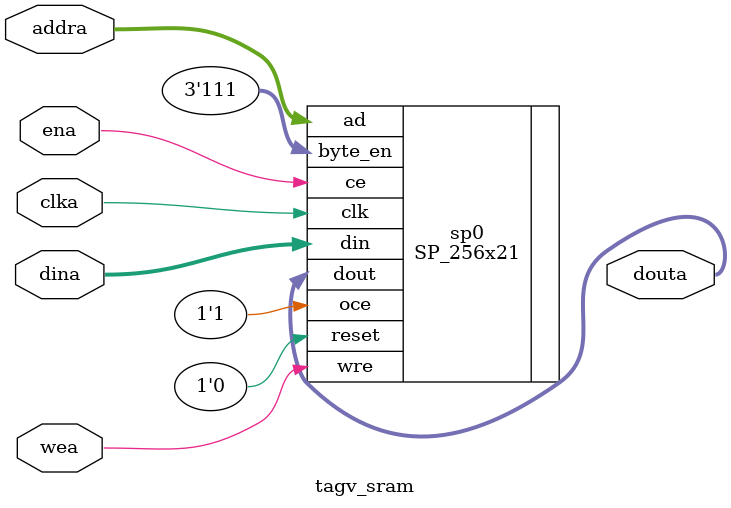
<source format=v>
/*
xilinx_sram:
module data_bank_sram(
    input  [ 7:0]          addra   ,
    input                  clka    ,
    input  [31:0]          dina    ,
    output [31:0]          douta   ,
    input                  ena     ,
    input  [ 3:0]          wea      
);

gowin_sp:
module SP_256x32(
    .dout(dout_o), //output [31:0] dout
    .clk(clk_i), //input clk
    .oce(oce_i), //input oce
    .ce(ce_i), //input ce
    .reset(reset_i), //input reset
    .wre(wre_i), //input wre
    .ad(ad_i), //input [7:0] ad
    .din(din_i), //input [31:0] din
    .byte_en(byte_en_i) //input [3:0] byte_en
);
*/

module data_bank_sram(
    //xilinx_sram
    input  [ 7:0]          addra   ,
    input                  clka    ,
    input  [31:0]          dina    ,
    output [31:0]          douta   ,
    input                  ena     ,
    input  [ 3:0]          wea   
);
    wire wre;
    assign wre = |wea;

    //gowin_sp_256x32
    SP_256x32 sp0(
        .dout(douta), //output [31:0] dout
        .clk(clka), //input clk
        .oce(1'b1), //input oce
        .ce(ena), //input ce
        .reset(1'b0), //input reset
        .wre(wre), //input wre
        .ad(addra), //input [7:0] ad
        .din(dina), //input [31:0] din
        .byte_en(wea) //input [3:0] byte_en
    );

endmodule

module tagv_sram(
    //xilinx_sram
    input  [ 7:0]          addra   ,
    input                  clka    ,
    input  [20:0]          dina    ,
    output [20:0]          douta   ,
    input                  ena     ,
    input                  wea   
);
    //gowin_sp_256x21
    SP_256x21 sp0(
        .dout(douta), //output [20:0] dout
        .clk(clka), //input clk
        .oce(1'b1), //input oce
        .ce(ena), //input ce
        .reset(1'b0), //input reset
        .wre(wea), //input wre
        .ad(addra), //input [7:0] ad
        .din(dina), //input [20:0] din
        .byte_en(3'b111) //input [2:0] byte_en
    );

endmodule

</source>
